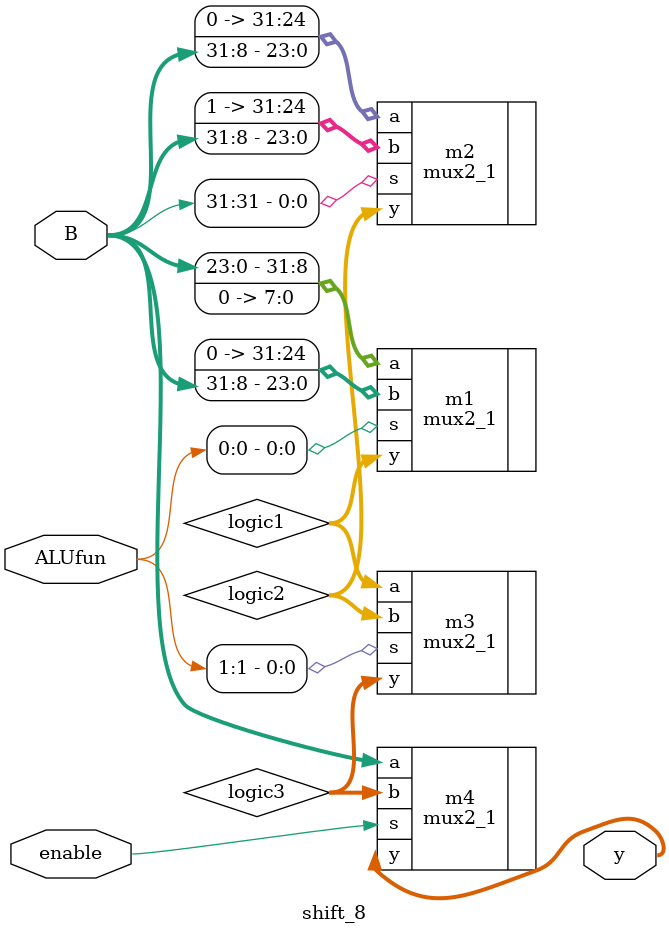
<source format=v>
module shift_8(B,enable,ALUfun,y);
    input[31:0] B;
    input enable;
    input[1:0] ALUfun; //ALUfun[1:0] 00->SLL; 01->SRL; 11->SRA
    output[31:0] y;
    wire[31:0] logic1,logic2,logic3;
    mux2_1 m1(.a({B[23:0],8'b0000_0000}),.b({8'b0000_0000,B[31:8]}),.s(ALUfun[0]),.y(logic1));
    mux2_1 m2(.a({8'b0000_0000,B[31:8]}),.b({8'b1111_1111,B[31:8]}),.s(B[31]),.y(logic2));
    mux2_1 m3(.a(logic1),.b(logic2),.s(ALUfun[1]),.y(logic3));
    mux2_1 m4(.a(B),.b(logic3),.s(enable),.y(y));
endmodule
</source>
